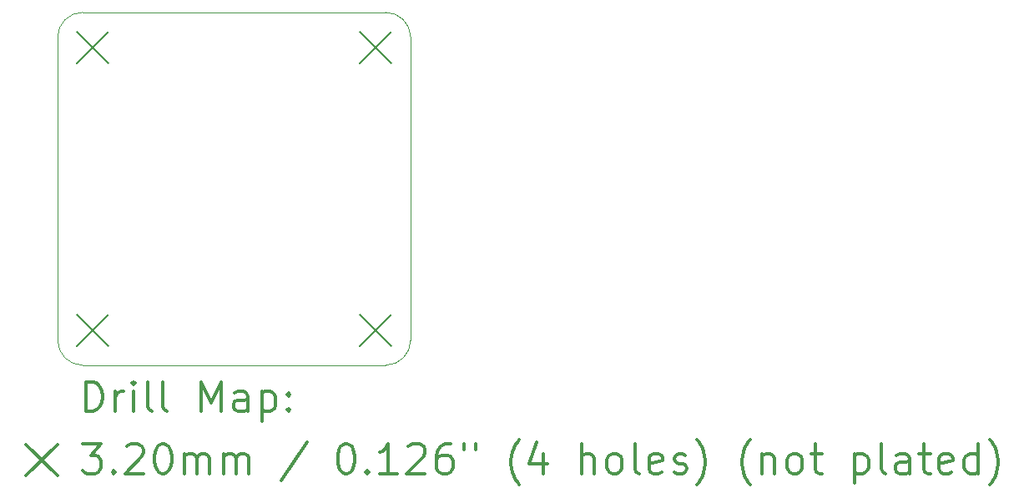
<source format=gbr>
%FSLAX45Y45*%
G04 Gerber Fmt 4.5, Leading zero omitted, Abs format (unit mm)*
G04 Created by KiCad (PCBNEW 5.1.6) date 2020-10-08 05:31:28*
%MOMM*%
%LPD*%
G01*
G04 APERTURE LIST*
%TA.AperFunction,Profile*%
%ADD10C,0.050000*%
%TD*%
%ADD11C,0.200000*%
%ADD12C,0.300000*%
G04 APERTURE END LIST*
D10*
X7594600Y-7264400D02*
X10401300Y-7264400D01*
X7340600Y-3937000D02*
X7340600Y-7010400D01*
X10668000Y-3683000D02*
X7594600Y-3683000D01*
X10922000Y-7010400D02*
X10922000Y-3937000D01*
X7594600Y-7264400D02*
G75*
G02*
X7340600Y-7010400I0J254000D01*
G01*
X10922000Y-7010400D02*
G75*
G02*
X10668000Y-7264400I-254000J0D01*
G01*
X10401300Y-7264400D02*
X10668000Y-7264400D01*
X10668000Y-3683000D02*
G75*
G02*
X10922000Y-3937000I0J-254000D01*
G01*
X7340600Y-3937000D02*
G75*
G02*
X7594600Y-3683000I254000J0D01*
G01*
D11*
X7536200Y-3878600D02*
X7856200Y-4198600D01*
X7856200Y-3878600D02*
X7536200Y-4198600D01*
X10406400Y-3878600D02*
X10726400Y-4198600D01*
X10726400Y-3878600D02*
X10406400Y-4198600D01*
X10406400Y-6748800D02*
X10726400Y-7068800D01*
X10726400Y-6748800D02*
X10406400Y-7068800D01*
X7536200Y-6748800D02*
X7856200Y-7068800D01*
X7856200Y-6748800D02*
X7536200Y-7068800D01*
D12*
X7624528Y-7732614D02*
X7624528Y-7432614D01*
X7695957Y-7432614D01*
X7738814Y-7446900D01*
X7767386Y-7475471D01*
X7781671Y-7504043D01*
X7795957Y-7561186D01*
X7795957Y-7604043D01*
X7781671Y-7661186D01*
X7767386Y-7689757D01*
X7738814Y-7718329D01*
X7695957Y-7732614D01*
X7624528Y-7732614D01*
X7924528Y-7732614D02*
X7924528Y-7532614D01*
X7924528Y-7589757D02*
X7938814Y-7561186D01*
X7953100Y-7546900D01*
X7981671Y-7532614D01*
X8010243Y-7532614D01*
X8110243Y-7732614D02*
X8110243Y-7532614D01*
X8110243Y-7432614D02*
X8095957Y-7446900D01*
X8110243Y-7461186D01*
X8124528Y-7446900D01*
X8110243Y-7432614D01*
X8110243Y-7461186D01*
X8295957Y-7732614D02*
X8267386Y-7718329D01*
X8253100Y-7689757D01*
X8253100Y-7432614D01*
X8453100Y-7732614D02*
X8424528Y-7718329D01*
X8410243Y-7689757D01*
X8410243Y-7432614D01*
X8795957Y-7732614D02*
X8795957Y-7432614D01*
X8895957Y-7646900D01*
X8995957Y-7432614D01*
X8995957Y-7732614D01*
X9267386Y-7732614D02*
X9267386Y-7575471D01*
X9253100Y-7546900D01*
X9224528Y-7532614D01*
X9167386Y-7532614D01*
X9138814Y-7546900D01*
X9267386Y-7718329D02*
X9238814Y-7732614D01*
X9167386Y-7732614D01*
X9138814Y-7718329D01*
X9124528Y-7689757D01*
X9124528Y-7661186D01*
X9138814Y-7632614D01*
X9167386Y-7618329D01*
X9238814Y-7618329D01*
X9267386Y-7604043D01*
X9410243Y-7532614D02*
X9410243Y-7832614D01*
X9410243Y-7546900D02*
X9438814Y-7532614D01*
X9495957Y-7532614D01*
X9524528Y-7546900D01*
X9538814Y-7561186D01*
X9553100Y-7589757D01*
X9553100Y-7675471D01*
X9538814Y-7704043D01*
X9524528Y-7718329D01*
X9495957Y-7732614D01*
X9438814Y-7732614D01*
X9410243Y-7718329D01*
X9681671Y-7704043D02*
X9695957Y-7718329D01*
X9681671Y-7732614D01*
X9667386Y-7718329D01*
X9681671Y-7704043D01*
X9681671Y-7732614D01*
X9681671Y-7546900D02*
X9695957Y-7561186D01*
X9681671Y-7575471D01*
X9667386Y-7561186D01*
X9681671Y-7546900D01*
X9681671Y-7575471D01*
X7018100Y-8066900D02*
X7338100Y-8386900D01*
X7338100Y-8066900D02*
X7018100Y-8386900D01*
X7595957Y-8062614D02*
X7781671Y-8062614D01*
X7681671Y-8176900D01*
X7724528Y-8176900D01*
X7753100Y-8191186D01*
X7767386Y-8205471D01*
X7781671Y-8234043D01*
X7781671Y-8305471D01*
X7767386Y-8334043D01*
X7753100Y-8348329D01*
X7724528Y-8362614D01*
X7638814Y-8362614D01*
X7610243Y-8348329D01*
X7595957Y-8334043D01*
X7910243Y-8334043D02*
X7924528Y-8348329D01*
X7910243Y-8362614D01*
X7895957Y-8348329D01*
X7910243Y-8334043D01*
X7910243Y-8362614D01*
X8038814Y-8091186D02*
X8053100Y-8076900D01*
X8081671Y-8062614D01*
X8153100Y-8062614D01*
X8181671Y-8076900D01*
X8195957Y-8091186D01*
X8210243Y-8119757D01*
X8210243Y-8148329D01*
X8195957Y-8191186D01*
X8024528Y-8362614D01*
X8210243Y-8362614D01*
X8395957Y-8062614D02*
X8424528Y-8062614D01*
X8453100Y-8076900D01*
X8467386Y-8091186D01*
X8481671Y-8119757D01*
X8495957Y-8176900D01*
X8495957Y-8248329D01*
X8481671Y-8305471D01*
X8467386Y-8334043D01*
X8453100Y-8348329D01*
X8424528Y-8362614D01*
X8395957Y-8362614D01*
X8367386Y-8348329D01*
X8353100Y-8334043D01*
X8338814Y-8305471D01*
X8324528Y-8248329D01*
X8324528Y-8176900D01*
X8338814Y-8119757D01*
X8353100Y-8091186D01*
X8367386Y-8076900D01*
X8395957Y-8062614D01*
X8624528Y-8362614D02*
X8624528Y-8162614D01*
X8624528Y-8191186D02*
X8638814Y-8176900D01*
X8667386Y-8162614D01*
X8710243Y-8162614D01*
X8738814Y-8176900D01*
X8753100Y-8205471D01*
X8753100Y-8362614D01*
X8753100Y-8205471D02*
X8767386Y-8176900D01*
X8795957Y-8162614D01*
X8838814Y-8162614D01*
X8867386Y-8176900D01*
X8881671Y-8205471D01*
X8881671Y-8362614D01*
X9024528Y-8362614D02*
X9024528Y-8162614D01*
X9024528Y-8191186D02*
X9038814Y-8176900D01*
X9067386Y-8162614D01*
X9110243Y-8162614D01*
X9138814Y-8176900D01*
X9153100Y-8205471D01*
X9153100Y-8362614D01*
X9153100Y-8205471D02*
X9167386Y-8176900D01*
X9195957Y-8162614D01*
X9238814Y-8162614D01*
X9267386Y-8176900D01*
X9281671Y-8205471D01*
X9281671Y-8362614D01*
X9867386Y-8048329D02*
X9610243Y-8434043D01*
X10253100Y-8062614D02*
X10281671Y-8062614D01*
X10310243Y-8076900D01*
X10324528Y-8091186D01*
X10338814Y-8119757D01*
X10353100Y-8176900D01*
X10353100Y-8248329D01*
X10338814Y-8305471D01*
X10324528Y-8334043D01*
X10310243Y-8348329D01*
X10281671Y-8362614D01*
X10253100Y-8362614D01*
X10224528Y-8348329D01*
X10210243Y-8334043D01*
X10195957Y-8305471D01*
X10181671Y-8248329D01*
X10181671Y-8176900D01*
X10195957Y-8119757D01*
X10210243Y-8091186D01*
X10224528Y-8076900D01*
X10253100Y-8062614D01*
X10481671Y-8334043D02*
X10495957Y-8348329D01*
X10481671Y-8362614D01*
X10467386Y-8348329D01*
X10481671Y-8334043D01*
X10481671Y-8362614D01*
X10781671Y-8362614D02*
X10610243Y-8362614D01*
X10695957Y-8362614D02*
X10695957Y-8062614D01*
X10667386Y-8105471D01*
X10638814Y-8134043D01*
X10610243Y-8148329D01*
X10895957Y-8091186D02*
X10910243Y-8076900D01*
X10938814Y-8062614D01*
X11010243Y-8062614D01*
X11038814Y-8076900D01*
X11053100Y-8091186D01*
X11067386Y-8119757D01*
X11067386Y-8148329D01*
X11053100Y-8191186D01*
X10881671Y-8362614D01*
X11067386Y-8362614D01*
X11324528Y-8062614D02*
X11267386Y-8062614D01*
X11238814Y-8076900D01*
X11224528Y-8091186D01*
X11195957Y-8134043D01*
X11181671Y-8191186D01*
X11181671Y-8305471D01*
X11195957Y-8334043D01*
X11210243Y-8348329D01*
X11238814Y-8362614D01*
X11295957Y-8362614D01*
X11324528Y-8348329D01*
X11338814Y-8334043D01*
X11353100Y-8305471D01*
X11353100Y-8234043D01*
X11338814Y-8205471D01*
X11324528Y-8191186D01*
X11295957Y-8176900D01*
X11238814Y-8176900D01*
X11210243Y-8191186D01*
X11195957Y-8205471D01*
X11181671Y-8234043D01*
X11467386Y-8062614D02*
X11467386Y-8119757D01*
X11581671Y-8062614D02*
X11581671Y-8119757D01*
X12024528Y-8476900D02*
X12010243Y-8462614D01*
X11981671Y-8419757D01*
X11967386Y-8391186D01*
X11953100Y-8348329D01*
X11938814Y-8276900D01*
X11938814Y-8219757D01*
X11953100Y-8148329D01*
X11967386Y-8105471D01*
X11981671Y-8076900D01*
X12010243Y-8034043D01*
X12024528Y-8019757D01*
X12267386Y-8162614D02*
X12267386Y-8362614D01*
X12195957Y-8048329D02*
X12124528Y-8262614D01*
X12310243Y-8262614D01*
X12653100Y-8362614D02*
X12653100Y-8062614D01*
X12781671Y-8362614D02*
X12781671Y-8205471D01*
X12767386Y-8176900D01*
X12738814Y-8162614D01*
X12695957Y-8162614D01*
X12667386Y-8176900D01*
X12653100Y-8191186D01*
X12967386Y-8362614D02*
X12938814Y-8348329D01*
X12924528Y-8334043D01*
X12910243Y-8305471D01*
X12910243Y-8219757D01*
X12924528Y-8191186D01*
X12938814Y-8176900D01*
X12967386Y-8162614D01*
X13010243Y-8162614D01*
X13038814Y-8176900D01*
X13053100Y-8191186D01*
X13067386Y-8219757D01*
X13067386Y-8305471D01*
X13053100Y-8334043D01*
X13038814Y-8348329D01*
X13010243Y-8362614D01*
X12967386Y-8362614D01*
X13238814Y-8362614D02*
X13210243Y-8348329D01*
X13195957Y-8319757D01*
X13195957Y-8062614D01*
X13467386Y-8348329D02*
X13438814Y-8362614D01*
X13381671Y-8362614D01*
X13353100Y-8348329D01*
X13338814Y-8319757D01*
X13338814Y-8205471D01*
X13353100Y-8176900D01*
X13381671Y-8162614D01*
X13438814Y-8162614D01*
X13467386Y-8176900D01*
X13481671Y-8205471D01*
X13481671Y-8234043D01*
X13338814Y-8262614D01*
X13595957Y-8348329D02*
X13624528Y-8362614D01*
X13681671Y-8362614D01*
X13710243Y-8348329D01*
X13724528Y-8319757D01*
X13724528Y-8305471D01*
X13710243Y-8276900D01*
X13681671Y-8262614D01*
X13638814Y-8262614D01*
X13610243Y-8248329D01*
X13595957Y-8219757D01*
X13595957Y-8205471D01*
X13610243Y-8176900D01*
X13638814Y-8162614D01*
X13681671Y-8162614D01*
X13710243Y-8176900D01*
X13824528Y-8476900D02*
X13838814Y-8462614D01*
X13867386Y-8419757D01*
X13881671Y-8391186D01*
X13895957Y-8348329D01*
X13910243Y-8276900D01*
X13910243Y-8219757D01*
X13895957Y-8148329D01*
X13881671Y-8105471D01*
X13867386Y-8076900D01*
X13838814Y-8034043D01*
X13824528Y-8019757D01*
X14367386Y-8476900D02*
X14353100Y-8462614D01*
X14324528Y-8419757D01*
X14310243Y-8391186D01*
X14295957Y-8348329D01*
X14281671Y-8276900D01*
X14281671Y-8219757D01*
X14295957Y-8148329D01*
X14310243Y-8105471D01*
X14324528Y-8076900D01*
X14353100Y-8034043D01*
X14367386Y-8019757D01*
X14481671Y-8162614D02*
X14481671Y-8362614D01*
X14481671Y-8191186D02*
X14495957Y-8176900D01*
X14524528Y-8162614D01*
X14567386Y-8162614D01*
X14595957Y-8176900D01*
X14610243Y-8205471D01*
X14610243Y-8362614D01*
X14795957Y-8362614D02*
X14767386Y-8348329D01*
X14753100Y-8334043D01*
X14738814Y-8305471D01*
X14738814Y-8219757D01*
X14753100Y-8191186D01*
X14767386Y-8176900D01*
X14795957Y-8162614D01*
X14838814Y-8162614D01*
X14867386Y-8176900D01*
X14881671Y-8191186D01*
X14895957Y-8219757D01*
X14895957Y-8305471D01*
X14881671Y-8334043D01*
X14867386Y-8348329D01*
X14838814Y-8362614D01*
X14795957Y-8362614D01*
X14981671Y-8162614D02*
X15095957Y-8162614D01*
X15024528Y-8062614D02*
X15024528Y-8319757D01*
X15038814Y-8348329D01*
X15067386Y-8362614D01*
X15095957Y-8362614D01*
X15424528Y-8162614D02*
X15424528Y-8462614D01*
X15424528Y-8176900D02*
X15453100Y-8162614D01*
X15510243Y-8162614D01*
X15538814Y-8176900D01*
X15553100Y-8191186D01*
X15567386Y-8219757D01*
X15567386Y-8305471D01*
X15553100Y-8334043D01*
X15538814Y-8348329D01*
X15510243Y-8362614D01*
X15453100Y-8362614D01*
X15424528Y-8348329D01*
X15738814Y-8362614D02*
X15710243Y-8348329D01*
X15695957Y-8319757D01*
X15695957Y-8062614D01*
X15981671Y-8362614D02*
X15981671Y-8205471D01*
X15967386Y-8176900D01*
X15938814Y-8162614D01*
X15881671Y-8162614D01*
X15853100Y-8176900D01*
X15981671Y-8348329D02*
X15953100Y-8362614D01*
X15881671Y-8362614D01*
X15853100Y-8348329D01*
X15838814Y-8319757D01*
X15838814Y-8291186D01*
X15853100Y-8262614D01*
X15881671Y-8248329D01*
X15953100Y-8248329D01*
X15981671Y-8234043D01*
X16081671Y-8162614D02*
X16195957Y-8162614D01*
X16124528Y-8062614D02*
X16124528Y-8319757D01*
X16138814Y-8348329D01*
X16167386Y-8362614D01*
X16195957Y-8362614D01*
X16410243Y-8348329D02*
X16381671Y-8362614D01*
X16324528Y-8362614D01*
X16295957Y-8348329D01*
X16281671Y-8319757D01*
X16281671Y-8205471D01*
X16295957Y-8176900D01*
X16324528Y-8162614D01*
X16381671Y-8162614D01*
X16410243Y-8176900D01*
X16424528Y-8205471D01*
X16424528Y-8234043D01*
X16281671Y-8262614D01*
X16681671Y-8362614D02*
X16681671Y-8062614D01*
X16681671Y-8348329D02*
X16653100Y-8362614D01*
X16595957Y-8362614D01*
X16567386Y-8348329D01*
X16553100Y-8334043D01*
X16538814Y-8305471D01*
X16538814Y-8219757D01*
X16553100Y-8191186D01*
X16567386Y-8176900D01*
X16595957Y-8162614D01*
X16653100Y-8162614D01*
X16681671Y-8176900D01*
X16795957Y-8476900D02*
X16810243Y-8462614D01*
X16838814Y-8419757D01*
X16853100Y-8391186D01*
X16867386Y-8348329D01*
X16881671Y-8276900D01*
X16881671Y-8219757D01*
X16867386Y-8148329D01*
X16853100Y-8105471D01*
X16838814Y-8076900D01*
X16810243Y-8034043D01*
X16795957Y-8019757D01*
M02*

</source>
